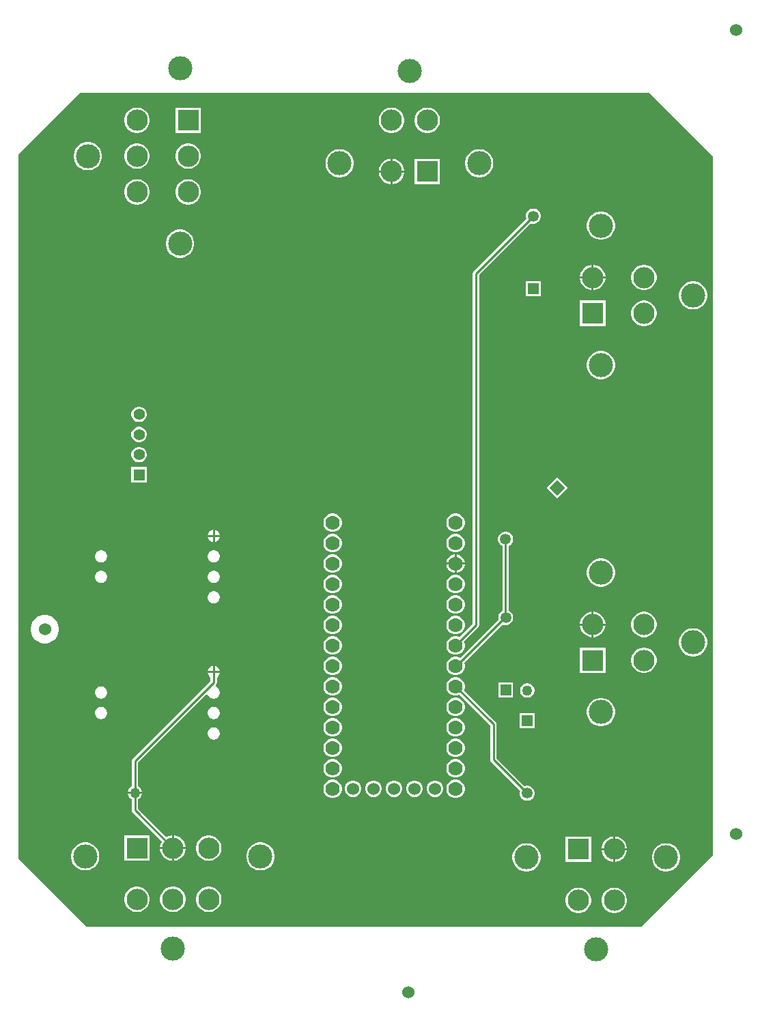
<source format=gbr>
%TF.GenerationSoftware,Altium Limited,Altium Designer,25.2.1 (25)*%
G04 Layer_Physical_Order=1*
G04 Layer_Color=255*
%FSLAX45Y45*%
%MOMM*%
%TF.SameCoordinates,7DD24991-B9EC-4422-9666-2EE5E17A6B38*%
%TF.FilePolarity,Positive*%
%TF.FileFunction,Copper,L1,Top,Signal*%
%TF.Part,Single*%
G01*
G75*
%TA.AperFunction,Conductor*%
%ADD10C,0.25400*%
%TA.AperFunction,ComponentPad*%
%ADD11P,1.90919X4X270.0*%
%ADD12C,1.35000*%
%ADD13C,2.99000*%
%ADD14C,2.64000*%
%ADD15R,2.64000X2.64000*%
%ADD16C,1.77800*%
%ADD17C,1.52400*%
%TA.AperFunction,ViaPad*%
%ADD18C,1.52400*%
%TA.AperFunction,ComponentPad*%
%ADD19R,2.64000X2.64000*%
%ADD20C,1.40000*%
%ADD21R,1.40000X1.40000*%
%ADD22R,1.35000X1.35000*%
%TA.AperFunction,ViaPad*%
%ADD23C,1.27000*%
G36*
X8724900Y10820400D02*
Y9613900D01*
X8724900Y2146300D01*
X7835900Y1257300D01*
X965200D01*
X114300Y2108200D01*
Y10845800D01*
X876300Y11607800D01*
X7937500D01*
X8724900Y10820400D01*
D02*
G37*
%LPC*%
G36*
X2380300Y11423700D02*
X2065500D01*
Y11108900D01*
X2380300D01*
Y11423700D01*
D02*
G37*
G36*
X1603403D02*
X1572397D01*
X1541988Y11417651D01*
X1513343Y11405786D01*
X1487563Y11388561D01*
X1465640Y11366637D01*
X1448414Y11340857D01*
X1436549Y11312212D01*
X1430500Y11281803D01*
Y11250798D01*
X1436549Y11220389D01*
X1448414Y11191743D01*
X1465640Y11165964D01*
X1487563Y11144040D01*
X1513343Y11126814D01*
X1541988Y11114949D01*
X1572397Y11108900D01*
X1603403D01*
X1633812Y11114949D01*
X1662457Y11126814D01*
X1688237Y11144040D01*
X1710160Y11165964D01*
X1727386Y11191743D01*
X1739251Y11220389D01*
X1745300Y11250798D01*
Y11281803D01*
X1739251Y11312212D01*
X1727386Y11340857D01*
X1710160Y11366637D01*
X1688237Y11388561D01*
X1662457Y11405786D01*
X1633812Y11417651D01*
X1603403Y11423700D01*
D02*
G37*
G36*
X5203703Y11421900D02*
X5172697D01*
X5142288Y11415851D01*
X5113643Y11403986D01*
X5087863Y11386760D01*
X5065940Y11364837D01*
X5048714Y11339057D01*
X5036849Y11310412D01*
X5030800Y11280003D01*
Y11248997D01*
X5036849Y11218588D01*
X5048714Y11189943D01*
X5065940Y11164163D01*
X5087863Y11142240D01*
X5113643Y11125014D01*
X5142288Y11113149D01*
X5172697Y11107100D01*
X5203703D01*
X5234112Y11113149D01*
X5262757Y11125014D01*
X5288537Y11142240D01*
X5310460Y11164163D01*
X5327686Y11189943D01*
X5339551Y11218588D01*
X5345600Y11248997D01*
Y11280003D01*
X5339551Y11310412D01*
X5327686Y11339057D01*
X5310460Y11364837D01*
X5288537Y11386760D01*
X5262757Y11403986D01*
X5234112Y11415851D01*
X5203703Y11421900D01*
D02*
G37*
G36*
X4758703D02*
X4727697D01*
X4697288Y11415851D01*
X4668643Y11403986D01*
X4642863Y11386760D01*
X4620940Y11364837D01*
X4603714Y11339057D01*
X4591849Y11310412D01*
X4585800Y11280003D01*
Y11248997D01*
X4591849Y11218588D01*
X4603714Y11189943D01*
X4620940Y11164163D01*
X4642863Y11142240D01*
X4668643Y11125014D01*
X4697288Y11113149D01*
X4727697Y11107100D01*
X4758703D01*
X4789112Y11113149D01*
X4817757Y11125014D01*
X4843537Y11142240D01*
X4865460Y11164163D01*
X4882686Y11189943D01*
X4894551Y11218588D01*
X4900600Y11248997D01*
Y11280003D01*
X4894551Y11310412D01*
X4882686Y11339057D01*
X4865460Y11364837D01*
X4843537Y11386760D01*
X4817757Y11403986D01*
X4789112Y11415851D01*
X4758703Y11421900D01*
D02*
G37*
G36*
X2238403Y10978700D02*
X2207397D01*
X2176988Y10972651D01*
X2148343Y10960786D01*
X2122563Y10943561D01*
X2100640Y10921637D01*
X2083414Y10895857D01*
X2071549Y10867212D01*
X2065500Y10836803D01*
Y10805798D01*
X2071549Y10775388D01*
X2083414Y10746743D01*
X2100640Y10720964D01*
X2122563Y10699040D01*
X2148343Y10681814D01*
X2176988Y10669949D01*
X2207397Y10663900D01*
X2238403D01*
X2268812Y10669949D01*
X2297457Y10681814D01*
X2323237Y10699040D01*
X2345160Y10720964D01*
X2362386Y10746743D01*
X2374251Y10775388D01*
X2380300Y10805798D01*
Y10836803D01*
X2374251Y10867212D01*
X2362386Y10895857D01*
X2345160Y10921637D01*
X2323237Y10943561D01*
X2297457Y10960786D01*
X2268812Y10972651D01*
X2238403Y10978700D01*
D02*
G37*
G36*
X1603403D02*
X1572397D01*
X1541988Y10972651D01*
X1513343Y10960786D01*
X1487563Y10943561D01*
X1465640Y10921637D01*
X1448414Y10895857D01*
X1436549Y10867212D01*
X1430500Y10836803D01*
Y10805798D01*
X1436549Y10775388D01*
X1448414Y10746743D01*
X1465640Y10720964D01*
X1487563Y10699040D01*
X1513343Y10681814D01*
X1541988Y10669949D01*
X1572397Y10663900D01*
X1603403D01*
X1633812Y10669949D01*
X1662457Y10681814D01*
X1688237Y10699040D01*
X1710160Y10720964D01*
X1727386Y10746743D01*
X1739251Y10775388D01*
X1745300Y10805798D01*
Y10836803D01*
X1739251Y10867212D01*
X1727386Y10895857D01*
X1710160Y10921637D01*
X1688237Y10943561D01*
X1662457Y10960786D01*
X1633812Y10972651D01*
X1603403Y10978700D01*
D02*
G37*
G36*
X995126Y10996200D02*
X960674D01*
X926884Y10989479D01*
X895054Y10976295D01*
X866408Y10957154D01*
X842046Y10932792D01*
X822906Y10904146D01*
X809722Y10872317D01*
X803000Y10838526D01*
Y10804074D01*
X809722Y10770284D01*
X822906Y10738454D01*
X842046Y10709808D01*
X866408Y10685446D01*
X895054Y10666306D01*
X926884Y10653122D01*
X960674Y10646400D01*
X995126D01*
X1028916Y10653122D01*
X1060746Y10666306D01*
X1089392Y10685446D01*
X1113754Y10709808D01*
X1132894Y10738454D01*
X1146078Y10770284D01*
X1152800Y10804074D01*
Y10838526D01*
X1146078Y10872317D01*
X1132894Y10904146D01*
X1113754Y10932792D01*
X1089392Y10957154D01*
X1060746Y10976295D01*
X1028916Y10989479D01*
X995126Y10996200D01*
D02*
G37*
G36*
X4758703Y10786900D02*
X4755900D01*
Y10642200D01*
X4900600D01*
Y10645003D01*
X4894551Y10675412D01*
X4882686Y10704057D01*
X4865460Y10729837D01*
X4843537Y10751760D01*
X4817757Y10768986D01*
X4789112Y10780851D01*
X4758703Y10786900D01*
D02*
G37*
G36*
X4730500D02*
X4727697D01*
X4697288Y10780851D01*
X4668643Y10768986D01*
X4642863Y10751760D01*
X4620940Y10729837D01*
X4603714Y10704057D01*
X4591849Y10675412D01*
X4585800Y10645003D01*
Y10642200D01*
X4730500D01*
Y10786900D01*
D02*
G37*
G36*
X5847926Y10906400D02*
X5813474D01*
X5779684Y10899678D01*
X5747854Y10886494D01*
X5719208Y10867354D01*
X5694846Y10842992D01*
X5675706Y10814346D01*
X5662522Y10782516D01*
X5655800Y10748726D01*
Y10714274D01*
X5662522Y10680484D01*
X5675706Y10648654D01*
X5694846Y10620008D01*
X5719208Y10595646D01*
X5747854Y10576506D01*
X5779684Y10563322D01*
X5813474Y10556600D01*
X5847926D01*
X5881716Y10563322D01*
X5913546Y10576506D01*
X5942192Y10595646D01*
X5966554Y10620008D01*
X5985694Y10648654D01*
X5998879Y10680484D01*
X6005600Y10714274D01*
Y10748726D01*
X5998879Y10782516D01*
X5985694Y10814346D01*
X5966554Y10842992D01*
X5942192Y10867354D01*
X5913546Y10886494D01*
X5881716Y10899678D01*
X5847926Y10906400D01*
D02*
G37*
G36*
X4117926D02*
X4083474D01*
X4049684Y10899678D01*
X4017854Y10886494D01*
X3989208Y10867354D01*
X3964846Y10842992D01*
X3945706Y10814346D01*
X3932521Y10782516D01*
X3925800Y10748726D01*
Y10714274D01*
X3932521Y10680484D01*
X3945706Y10648654D01*
X3964846Y10620008D01*
X3989208Y10595646D01*
X4017854Y10576506D01*
X4049684Y10563322D01*
X4083474Y10556600D01*
X4117926D01*
X4151716Y10563322D01*
X4183546Y10576506D01*
X4212192Y10595646D01*
X4236554Y10620008D01*
X4255694Y10648654D01*
X4268878Y10680484D01*
X4275600Y10714274D01*
Y10748726D01*
X4268878Y10782516D01*
X4255694Y10814346D01*
X4236554Y10842992D01*
X4212192Y10867354D01*
X4183546Y10886494D01*
X4151716Y10899678D01*
X4117926Y10906400D01*
D02*
G37*
G36*
X5345600Y10786900D02*
X5030800D01*
Y10472100D01*
X5345600D01*
Y10786900D01*
D02*
G37*
G36*
X4900600Y10616800D02*
X4755900D01*
Y10472100D01*
X4758703D01*
X4789112Y10478149D01*
X4817757Y10490014D01*
X4843537Y10507240D01*
X4865460Y10529163D01*
X4882686Y10554943D01*
X4894551Y10583588D01*
X4900600Y10613997D01*
Y10616800D01*
D02*
G37*
G36*
X4730500D02*
X4585800D01*
Y10613997D01*
X4591849Y10583588D01*
X4603714Y10554943D01*
X4620940Y10529163D01*
X4642863Y10507240D01*
X4668643Y10490014D01*
X4697288Y10478149D01*
X4727697Y10472100D01*
X4730500D01*
Y10616800D01*
D02*
G37*
G36*
X2238403Y10533700D02*
X2207397D01*
X2176988Y10527651D01*
X2148343Y10515786D01*
X2122563Y10498560D01*
X2100640Y10476637D01*
X2083414Y10450857D01*
X2071549Y10422212D01*
X2065500Y10391803D01*
Y10360797D01*
X2071549Y10330388D01*
X2083414Y10301743D01*
X2100640Y10275963D01*
X2122563Y10254040D01*
X2148343Y10236814D01*
X2176988Y10224949D01*
X2207397Y10218900D01*
X2238403D01*
X2268812Y10224949D01*
X2297457Y10236814D01*
X2323237Y10254040D01*
X2345160Y10275963D01*
X2362386Y10301743D01*
X2374251Y10330388D01*
X2380300Y10360797D01*
Y10391803D01*
X2374251Y10422212D01*
X2362386Y10450857D01*
X2345160Y10476637D01*
X2323237Y10498560D01*
X2297457Y10515786D01*
X2268812Y10527651D01*
X2238403Y10533700D01*
D02*
G37*
G36*
X1603403D02*
X1572397D01*
X1541988Y10527651D01*
X1513343Y10515786D01*
X1487563Y10498560D01*
X1465640Y10476637D01*
X1448414Y10450857D01*
X1436549Y10422212D01*
X1430500Y10391803D01*
Y10360797D01*
X1436549Y10330388D01*
X1448414Y10301743D01*
X1465640Y10275963D01*
X1487563Y10254040D01*
X1513343Y10236814D01*
X1541988Y10224949D01*
X1572397Y10218900D01*
X1603403D01*
X1633812Y10224949D01*
X1662457Y10236814D01*
X1688237Y10254040D01*
X1710160Y10275963D01*
X1727386Y10301743D01*
X1739251Y10330388D01*
X1745300Y10360797D01*
Y10391803D01*
X1739251Y10422212D01*
X1727386Y10450857D01*
X1710160Y10476637D01*
X1688237Y10498560D01*
X1662457Y10515786D01*
X1633812Y10527651D01*
X1603403Y10533700D01*
D02*
G37*
G36*
X6514631Y10169500D02*
X6490169D01*
X6466542Y10163169D01*
X6445358Y10150939D01*
X6428062Y10133642D01*
X6415831Y10112458D01*
X6409500Y10088831D01*
Y10064370D01*
X6414938Y10044075D01*
X5763731Y9392869D01*
X5755311Y9380266D01*
X5752353Y9365400D01*
Y5019891D01*
X5586045Y4853582D01*
X5581318Y4856311D01*
X5552248Y4864100D01*
X5522152D01*
X5493082Y4856311D01*
X5467018Y4841263D01*
X5445737Y4819982D01*
X5430689Y4793918D01*
X5422900Y4764848D01*
Y4734752D01*
X5430689Y4705682D01*
X5445737Y4679618D01*
X5467018Y4658337D01*
X5493082Y4643289D01*
X5522152Y4635500D01*
X5552248D01*
X5581318Y4643289D01*
X5607382Y4658337D01*
X5628663Y4679618D01*
X5643711Y4705682D01*
X5651500Y4734752D01*
Y4764848D01*
X5643711Y4793918D01*
X5640982Y4798645D01*
X5818669Y4976331D01*
X5827089Y4988934D01*
X5830047Y5003800D01*
Y9349309D01*
X6469875Y9989138D01*
X6490169Y9983700D01*
X6514631D01*
X6538258Y9990031D01*
X6559442Y10002262D01*
X6576738Y10019558D01*
X6588969Y10040742D01*
X6595300Y10064370D01*
Y10088831D01*
X6588969Y10112458D01*
X6576738Y10133642D01*
X6559442Y10150939D01*
X6538258Y10163169D01*
X6514631Y10169500D01*
D02*
G37*
G36*
X7357826Y10133100D02*
X7323374D01*
X7289584Y10126379D01*
X7257754Y10113194D01*
X7229108Y10094054D01*
X7204746Y10069692D01*
X7185606Y10041046D01*
X7172422Y10009216D01*
X7165700Y9975426D01*
Y9940974D01*
X7172422Y9907184D01*
X7185606Y9875354D01*
X7204746Y9846708D01*
X7229108Y9822346D01*
X7257754Y9803206D01*
X7289584Y9790022D01*
X7323374Y9783300D01*
X7357826D01*
X7391616Y9790022D01*
X7423446Y9803206D01*
X7452092Y9822346D01*
X7476454Y9846708D01*
X7495594Y9875354D01*
X7508778Y9907184D01*
X7515500Y9940974D01*
Y9975426D01*
X7508778Y10009216D01*
X7495594Y10041046D01*
X7476454Y10069692D01*
X7452092Y10094054D01*
X7423446Y10113194D01*
X7391616Y10126379D01*
X7357826Y10133100D01*
D02*
G37*
G36*
X2138126Y9909200D02*
X2103674D01*
X2069884Y9902479D01*
X2038054Y9889294D01*
X2009408Y9870154D01*
X1985046Y9845792D01*
X1965906Y9817146D01*
X1952722Y9785316D01*
X1946000Y9751526D01*
Y9717074D01*
X1952722Y9683284D01*
X1965906Y9651454D01*
X1985046Y9622808D01*
X2009408Y9598446D01*
X2038054Y9579306D01*
X2069884Y9566122D01*
X2103674Y9559400D01*
X2138126D01*
X2171916Y9566122D01*
X2203746Y9579306D01*
X2232392Y9598446D01*
X2256754Y9622808D01*
X2275894Y9651454D01*
X2289078Y9683284D01*
X2295800Y9717074D01*
Y9751526D01*
X2289078Y9785316D01*
X2275894Y9817146D01*
X2256754Y9845792D01*
X2232392Y9870154D01*
X2203746Y9889294D01*
X2171916Y9902479D01*
X2138126Y9909200D01*
D02*
G37*
G36*
X7254103Y9473100D02*
X7251299D01*
Y9328400D01*
X7396000D01*
Y9331203D01*
X7389951Y9361612D01*
X7378086Y9390257D01*
X7360860Y9416037D01*
X7338937Y9437960D01*
X7313157Y9455186D01*
X7284512Y9467051D01*
X7254103Y9473100D01*
D02*
G37*
G36*
X7225899D02*
X7223097D01*
X7192688Y9467051D01*
X7164043Y9455186D01*
X7138263Y9437960D01*
X7116340Y9416037D01*
X7099114Y9390257D01*
X7087249Y9361612D01*
X7081200Y9331203D01*
Y9328400D01*
X7225899D01*
Y9473100D01*
D02*
G37*
G36*
X7889103D02*
X7858097D01*
X7827688Y9467051D01*
X7799043Y9455186D01*
X7773263Y9437960D01*
X7751340Y9416037D01*
X7734114Y9390257D01*
X7722249Y9361612D01*
X7716200Y9331203D01*
Y9300197D01*
X7722249Y9269788D01*
X7734114Y9241143D01*
X7751340Y9215363D01*
X7773263Y9193440D01*
X7799043Y9176214D01*
X7827688Y9164349D01*
X7858097Y9158300D01*
X7889103D01*
X7919512Y9164349D01*
X7948157Y9176214D01*
X7973937Y9193440D01*
X7995860Y9215363D01*
X8013086Y9241143D01*
X8024951Y9269788D01*
X8031000Y9300197D01*
Y9331203D01*
X8024951Y9361612D01*
X8013086Y9390257D01*
X7995860Y9416037D01*
X7973937Y9437960D01*
X7948157Y9455186D01*
X7919512Y9467051D01*
X7889103Y9473100D01*
D02*
G37*
G36*
X7396000Y9303000D02*
X7251299D01*
Y9158300D01*
X7254103D01*
X7284512Y9164349D01*
X7313157Y9176214D01*
X7338937Y9193440D01*
X7360860Y9215363D01*
X7378086Y9241143D01*
X7389951Y9269788D01*
X7396000Y9300197D01*
Y9303000D01*
D02*
G37*
G36*
X7225899D02*
X7081200D01*
Y9300197D01*
X7087249Y9269788D01*
X7099114Y9241143D01*
X7116340Y9215363D01*
X7138263Y9193440D01*
X7164043Y9176214D01*
X7192688Y9164349D01*
X7223097Y9158300D01*
X7225899D01*
Y9303000D01*
D02*
G37*
G36*
X6595300Y9269500D02*
X6409500D01*
Y9083700D01*
X6595300D01*
Y9269500D01*
D02*
G37*
G36*
X8500826Y9268100D02*
X8466374D01*
X8432584Y9261378D01*
X8400754Y9248194D01*
X8372108Y9229054D01*
X8347746Y9204692D01*
X8328606Y9176046D01*
X8315422Y9144216D01*
X8308700Y9110426D01*
Y9075974D01*
X8315422Y9042184D01*
X8328606Y9010354D01*
X8347746Y8981708D01*
X8372108Y8957346D01*
X8400754Y8938206D01*
X8432584Y8925022D01*
X8466374Y8918300D01*
X8500826D01*
X8534616Y8925022D01*
X8566446Y8938206D01*
X8595092Y8957346D01*
X8619454Y8981708D01*
X8638594Y9010354D01*
X8651778Y9042184D01*
X8658500Y9075974D01*
Y9110426D01*
X8651778Y9144216D01*
X8638594Y9176046D01*
X8619454Y9204692D01*
X8595092Y9229054D01*
X8566446Y9248194D01*
X8534616Y9261378D01*
X8500826Y9268100D01*
D02*
G37*
G36*
X7889103Y9028100D02*
X7858097D01*
X7827688Y9022051D01*
X7799043Y9010186D01*
X7773263Y8992960D01*
X7751340Y8971037D01*
X7734114Y8945257D01*
X7722249Y8916612D01*
X7716200Y8886203D01*
Y8855197D01*
X7722249Y8824788D01*
X7734114Y8796143D01*
X7751340Y8770363D01*
X7773263Y8748440D01*
X7799043Y8731214D01*
X7827688Y8719349D01*
X7858097Y8713300D01*
X7889103D01*
X7919512Y8719349D01*
X7948157Y8731214D01*
X7973937Y8748440D01*
X7995860Y8770363D01*
X8013086Y8796143D01*
X8024951Y8824788D01*
X8031000Y8855197D01*
Y8886203D01*
X8024951Y8916612D01*
X8013086Y8945257D01*
X7995860Y8971037D01*
X7973937Y8992960D01*
X7948157Y9010186D01*
X7919512Y9022051D01*
X7889103Y9028100D01*
D02*
G37*
G36*
X7396000D02*
X7081200D01*
Y8713300D01*
X7396000D01*
Y9028100D01*
D02*
G37*
G36*
X7357826Y8403100D02*
X7323374D01*
X7289584Y8396378D01*
X7257754Y8383194D01*
X7229108Y8364054D01*
X7204746Y8339692D01*
X7185606Y8311046D01*
X7172422Y8279216D01*
X7165700Y8245426D01*
Y8210974D01*
X7172422Y8177184D01*
X7185606Y8145354D01*
X7204746Y8116708D01*
X7229108Y8092346D01*
X7257754Y8073206D01*
X7289584Y8060021D01*
X7323374Y8053300D01*
X7357826D01*
X7391616Y8060021D01*
X7423446Y8073206D01*
X7452092Y8092346D01*
X7476454Y8116708D01*
X7495594Y8145354D01*
X7508778Y8177184D01*
X7515500Y8210974D01*
Y8245426D01*
X7508778Y8279216D01*
X7495594Y8311046D01*
X7476454Y8339692D01*
X7452092Y8364054D01*
X7423446Y8383194D01*
X7391616Y8396378D01*
X7357826Y8403100D01*
D02*
G37*
G36*
X1625460Y7713400D02*
X1600340D01*
X1576077Y7706898D01*
X1554323Y7694339D01*
X1536561Y7676577D01*
X1524002Y7654823D01*
X1517500Y7630560D01*
Y7605440D01*
X1524002Y7581177D01*
X1536561Y7559423D01*
X1554323Y7541661D01*
X1576077Y7529102D01*
X1600340Y7522600D01*
X1625460D01*
X1649723Y7529102D01*
X1671477Y7541661D01*
X1689239Y7559423D01*
X1701798Y7581177D01*
X1708300Y7605440D01*
Y7630560D01*
X1701798Y7654823D01*
X1689239Y7676577D01*
X1671477Y7694339D01*
X1649723Y7706898D01*
X1625460Y7713400D01*
D02*
G37*
G36*
Y7463400D02*
X1600340D01*
X1576077Y7456898D01*
X1554323Y7444339D01*
X1536561Y7426577D01*
X1524002Y7404823D01*
X1517500Y7380560D01*
Y7355440D01*
X1524002Y7331177D01*
X1536561Y7309423D01*
X1554323Y7291661D01*
X1576077Y7279102D01*
X1600340Y7272600D01*
X1625460D01*
X1649723Y7279102D01*
X1671477Y7291661D01*
X1689239Y7309423D01*
X1701798Y7331177D01*
X1708300Y7355440D01*
Y7380560D01*
X1701798Y7404823D01*
X1689239Y7426577D01*
X1671477Y7444339D01*
X1649723Y7456898D01*
X1625460Y7463400D01*
D02*
G37*
G36*
Y7213400D02*
X1600340D01*
X1576077Y7206898D01*
X1554323Y7194339D01*
X1536561Y7176577D01*
X1524002Y7154823D01*
X1517500Y7130560D01*
Y7105440D01*
X1524002Y7081177D01*
X1536561Y7059423D01*
X1554323Y7041661D01*
X1576077Y7029102D01*
X1600340Y7022600D01*
X1625460D01*
X1649723Y7029102D01*
X1671477Y7041661D01*
X1689239Y7059423D01*
X1701798Y7081177D01*
X1708300Y7105440D01*
Y7130560D01*
X1701798Y7154823D01*
X1689239Y7176577D01*
X1671477Y7194339D01*
X1649723Y7206898D01*
X1625460Y7213400D01*
D02*
G37*
G36*
X1708300Y6963400D02*
X1517500D01*
Y6772600D01*
X1708300D01*
Y6963400D01*
D02*
G37*
G36*
X6795198Y6837679D02*
X6663818Y6706298D01*
X6795198Y6574918D01*
X6926579Y6706298D01*
X6795198Y6837679D01*
D02*
G37*
G36*
X5552248Y6388100D02*
X5522152D01*
X5493082Y6380311D01*
X5467018Y6365263D01*
X5445737Y6343982D01*
X5430689Y6317918D01*
X5422900Y6288848D01*
Y6258752D01*
X5430689Y6229682D01*
X5445737Y6203618D01*
X5467018Y6182337D01*
X5493082Y6167289D01*
X5522152Y6159500D01*
X5552248D01*
X5581318Y6167289D01*
X5607382Y6182337D01*
X5628663Y6203618D01*
X5643711Y6229682D01*
X5651500Y6258752D01*
Y6288848D01*
X5643711Y6317918D01*
X5628663Y6343982D01*
X5607382Y6365263D01*
X5581318Y6380311D01*
X5552248Y6388100D01*
D02*
G37*
G36*
X4028248D02*
X3998152D01*
X3969082Y6380311D01*
X3943018Y6365263D01*
X3921737Y6343982D01*
X3906689Y6317918D01*
X3898900Y6288848D01*
Y6258752D01*
X3906689Y6229682D01*
X3921737Y6203618D01*
X3943018Y6182337D01*
X3969082Y6167289D01*
X3998152Y6159500D01*
X4028248D01*
X4057318Y6167289D01*
X4083382Y6182337D01*
X4104663Y6203618D01*
X4119711Y6229682D01*
X4127500Y6258752D01*
Y6288848D01*
X4119711Y6317918D01*
X4104663Y6343982D01*
X4083382Y6365263D01*
X4057318Y6380311D01*
X4028248Y6388100D01*
D02*
G37*
G36*
X2552700Y6184185D02*
Y6121400D01*
X2615485D01*
X2611007Y6138112D01*
X2600975Y6155488D01*
X2586788Y6169675D01*
X2569412Y6179707D01*
X2552700Y6184185D01*
D02*
G37*
G36*
X2527300D02*
X2510588Y6179707D01*
X2493212Y6169675D01*
X2479025Y6155488D01*
X2468993Y6138112D01*
X2464515Y6121400D01*
X2527300D01*
Y6184185D01*
D02*
G37*
G36*
X2615485Y6096000D02*
X2552700D01*
Y6033215D01*
X2569412Y6037693D01*
X2586788Y6047725D01*
X2600975Y6061912D01*
X2611007Y6079288D01*
X2615485Y6096000D01*
D02*
G37*
G36*
X2527300D02*
X2464515D01*
X2468993Y6079288D01*
X2479025Y6061912D01*
X2493212Y6047725D01*
X2510588Y6037693D01*
X2527300Y6033215D01*
Y6096000D01*
D02*
G37*
G36*
X5552248Y6134100D02*
X5522152D01*
X5493082Y6126311D01*
X5467018Y6111263D01*
X5445737Y6089982D01*
X5430689Y6063918D01*
X5422900Y6034848D01*
Y6004752D01*
X5430689Y5975682D01*
X5445737Y5949618D01*
X5467018Y5928337D01*
X5493082Y5913289D01*
X5522152Y5905500D01*
X5552248D01*
X5581318Y5913289D01*
X5607382Y5928337D01*
X5628663Y5949618D01*
X5643711Y5975682D01*
X5651500Y6004752D01*
Y6034848D01*
X5643711Y6063918D01*
X5628663Y6089982D01*
X5607382Y6111263D01*
X5581318Y6126311D01*
X5552248Y6134100D01*
D02*
G37*
G36*
X4028248D02*
X3998152D01*
X3969082Y6126311D01*
X3943018Y6111263D01*
X3921737Y6089982D01*
X3906689Y6063918D01*
X3898900Y6034848D01*
Y6004752D01*
X3906689Y5975682D01*
X3921737Y5949618D01*
X3943018Y5928337D01*
X3969082Y5913289D01*
X3998152Y5905500D01*
X4028248D01*
X4057318Y5913289D01*
X4083382Y5928337D01*
X4104663Y5949618D01*
X4119711Y5975682D01*
X4127500Y6004752D01*
Y6034848D01*
X4119711Y6063918D01*
X4104663Y6089982D01*
X4083382Y6111263D01*
X4057318Y6126311D01*
X4028248Y6134100D01*
D02*
G37*
G36*
X5552248Y5880100D02*
X5549900D01*
Y5778500D01*
X5651500D01*
Y5780848D01*
X5643711Y5809918D01*
X5628663Y5835982D01*
X5607382Y5857263D01*
X5581318Y5872311D01*
X5552248Y5880100D01*
D02*
G37*
G36*
X5524500D02*
X5522152D01*
X5493082Y5872311D01*
X5467018Y5857263D01*
X5445737Y5835982D01*
X5430689Y5809918D01*
X5422900Y5780848D01*
Y5778500D01*
X5524500D01*
Y5880100D01*
D02*
G37*
G36*
X2550032Y5930900D02*
X2529968D01*
X2510588Y5925707D01*
X2493212Y5915675D01*
X2479025Y5901488D01*
X2468993Y5884112D01*
X2463800Y5864732D01*
Y5844668D01*
X2468993Y5825288D01*
X2479025Y5807912D01*
X2493212Y5793725D01*
X2510588Y5783693D01*
X2529968Y5778500D01*
X2550032D01*
X2569412Y5783693D01*
X2586788Y5793725D01*
X2600975Y5807912D01*
X2611007Y5825288D01*
X2616200Y5844668D01*
Y5864732D01*
X2611007Y5884112D01*
X2600975Y5901488D01*
X2586788Y5915675D01*
X2569412Y5925707D01*
X2550032Y5930900D01*
D02*
G37*
G36*
X1153032D02*
X1132968D01*
X1113588Y5925707D01*
X1096212Y5915675D01*
X1082025Y5901488D01*
X1071993Y5884112D01*
X1066800Y5864732D01*
Y5844668D01*
X1071993Y5825288D01*
X1082025Y5807912D01*
X1096212Y5793725D01*
X1113588Y5783693D01*
X1132968Y5778500D01*
X1153032D01*
X1172412Y5783693D01*
X1189788Y5793725D01*
X1203975Y5807912D01*
X1214007Y5825288D01*
X1219200Y5844668D01*
Y5864732D01*
X1214007Y5884112D01*
X1203975Y5901488D01*
X1189788Y5915675D01*
X1172412Y5925707D01*
X1153032Y5930900D01*
D02*
G37*
G36*
X5651500Y5753100D02*
X5549900D01*
Y5651500D01*
X5552248D01*
X5581318Y5659289D01*
X5607382Y5674337D01*
X5628663Y5695618D01*
X5643711Y5721682D01*
X5651500Y5750752D01*
Y5753100D01*
D02*
G37*
G36*
X5524500D02*
X5422900D01*
Y5750752D01*
X5430689Y5721682D01*
X5445737Y5695618D01*
X5467018Y5674337D01*
X5493082Y5659289D01*
X5522152Y5651500D01*
X5524500D01*
Y5753100D01*
D02*
G37*
G36*
X4028248Y5880100D02*
X3998152D01*
X3969082Y5872311D01*
X3943018Y5857263D01*
X3921737Y5835982D01*
X3906689Y5809918D01*
X3898900Y5780848D01*
Y5750752D01*
X3906689Y5721682D01*
X3921737Y5695618D01*
X3943018Y5674337D01*
X3969082Y5659289D01*
X3998152Y5651500D01*
X4028248D01*
X4057318Y5659289D01*
X4083382Y5674337D01*
X4104663Y5695618D01*
X4119711Y5721682D01*
X4127500Y5750752D01*
Y5780848D01*
X4119711Y5809918D01*
X4104663Y5835982D01*
X4083382Y5857263D01*
X4057318Y5872311D01*
X4028248Y5880100D01*
D02*
G37*
G36*
X2550032Y5676900D02*
X2529968D01*
X2510588Y5671707D01*
X2493212Y5661675D01*
X2479025Y5647488D01*
X2468993Y5630112D01*
X2463800Y5610732D01*
Y5590668D01*
X2468993Y5571288D01*
X2479025Y5553912D01*
X2493212Y5539725D01*
X2510588Y5529693D01*
X2529968Y5524500D01*
X2550032D01*
X2569412Y5529693D01*
X2586788Y5539725D01*
X2600975Y5553912D01*
X2611007Y5571288D01*
X2616200Y5590668D01*
Y5610732D01*
X2611007Y5630112D01*
X2600975Y5647488D01*
X2586788Y5661675D01*
X2569412Y5671707D01*
X2550032Y5676900D01*
D02*
G37*
G36*
X1153032D02*
X1132968D01*
X1113588Y5671707D01*
X1096212Y5661675D01*
X1082025Y5647488D01*
X1071993Y5630112D01*
X1066800Y5610732D01*
Y5590668D01*
X1071993Y5571288D01*
X1082025Y5553912D01*
X1096212Y5539725D01*
X1113588Y5529693D01*
X1132968Y5524500D01*
X1153032D01*
X1172412Y5529693D01*
X1189788Y5539725D01*
X1203975Y5553912D01*
X1214007Y5571288D01*
X1219200Y5590668D01*
Y5610732D01*
X1214007Y5630112D01*
X1203975Y5647488D01*
X1189788Y5661675D01*
X1172412Y5671707D01*
X1153032Y5676900D01*
D02*
G37*
G36*
X7357826Y5827800D02*
X7323374D01*
X7289584Y5821079D01*
X7257754Y5807894D01*
X7229108Y5788754D01*
X7204746Y5764392D01*
X7185606Y5735746D01*
X7172422Y5703916D01*
X7165700Y5670126D01*
Y5635674D01*
X7172422Y5601884D01*
X7185606Y5570054D01*
X7204746Y5541408D01*
X7229108Y5517046D01*
X7257754Y5497906D01*
X7289584Y5484722D01*
X7323374Y5478000D01*
X7357826D01*
X7391616Y5484722D01*
X7423446Y5497906D01*
X7452092Y5517046D01*
X7476454Y5541408D01*
X7495594Y5570054D01*
X7508778Y5601884D01*
X7515500Y5635674D01*
Y5670126D01*
X7508778Y5703916D01*
X7495594Y5735746D01*
X7476454Y5764392D01*
X7452092Y5788754D01*
X7423446Y5807894D01*
X7391616Y5821079D01*
X7357826Y5827800D01*
D02*
G37*
G36*
X5552248Y5626100D02*
X5522152D01*
X5493082Y5618311D01*
X5467018Y5603263D01*
X5445737Y5581982D01*
X5430689Y5555918D01*
X5422900Y5526848D01*
Y5496752D01*
X5430689Y5467682D01*
X5445737Y5441618D01*
X5467018Y5420337D01*
X5493082Y5405289D01*
X5522152Y5397500D01*
X5552248D01*
X5581318Y5405289D01*
X5607382Y5420337D01*
X5628663Y5441618D01*
X5643711Y5467682D01*
X5651500Y5496752D01*
Y5526848D01*
X5643711Y5555918D01*
X5628663Y5581982D01*
X5607382Y5603263D01*
X5581318Y5618311D01*
X5552248Y5626100D01*
D02*
G37*
G36*
X4028248D02*
X3998152D01*
X3969082Y5618311D01*
X3943018Y5603263D01*
X3921737Y5581982D01*
X3906689Y5555918D01*
X3898900Y5526848D01*
Y5496752D01*
X3906689Y5467682D01*
X3921737Y5441618D01*
X3943018Y5420337D01*
X3969082Y5405289D01*
X3998152Y5397500D01*
X4028248D01*
X4057318Y5405289D01*
X4083382Y5420337D01*
X4104663Y5441618D01*
X4119711Y5467682D01*
X4127500Y5496752D01*
Y5526848D01*
X4119711Y5555918D01*
X4104663Y5581982D01*
X4083382Y5603263D01*
X4057318Y5618311D01*
X4028248Y5626100D01*
D02*
G37*
G36*
X2550032Y5422900D02*
X2529968D01*
X2510588Y5417707D01*
X2493212Y5407675D01*
X2479025Y5393488D01*
X2468993Y5376112D01*
X2463800Y5356732D01*
Y5336668D01*
X2468993Y5317288D01*
X2479025Y5299912D01*
X2493212Y5285725D01*
X2510588Y5275693D01*
X2529968Y5270500D01*
X2550032D01*
X2569412Y5275693D01*
X2586788Y5285725D01*
X2600975Y5299912D01*
X2611007Y5317288D01*
X2616200Y5336668D01*
Y5356732D01*
X2611007Y5376112D01*
X2600975Y5393488D01*
X2586788Y5407675D01*
X2569412Y5417707D01*
X2550032Y5422900D01*
D02*
G37*
G36*
X5552248Y5372100D02*
X5522152D01*
X5493082Y5364311D01*
X5467018Y5349263D01*
X5445737Y5327982D01*
X5430689Y5301918D01*
X5422900Y5272848D01*
Y5242752D01*
X5430689Y5213682D01*
X5445737Y5187618D01*
X5467018Y5166337D01*
X5493082Y5151289D01*
X5522152Y5143500D01*
X5552248D01*
X5581318Y5151289D01*
X5607382Y5166337D01*
X5628663Y5187618D01*
X5643711Y5213682D01*
X5651500Y5242752D01*
Y5272848D01*
X5643711Y5301918D01*
X5628663Y5327982D01*
X5607382Y5349263D01*
X5581318Y5364311D01*
X5552248Y5372100D01*
D02*
G37*
G36*
X4028248D02*
X3998152D01*
X3969082Y5364311D01*
X3943018Y5349263D01*
X3921737Y5327982D01*
X3906689Y5301918D01*
X3898900Y5272848D01*
Y5242752D01*
X3906689Y5213682D01*
X3921737Y5187618D01*
X3943018Y5166337D01*
X3969082Y5151289D01*
X3998152Y5143500D01*
X4028248D01*
X4057318Y5151289D01*
X4083382Y5166337D01*
X4104663Y5187618D01*
X4119711Y5213682D01*
X4127500Y5242752D01*
Y5272848D01*
X4119711Y5301918D01*
X4104663Y5327982D01*
X4083382Y5349263D01*
X4057318Y5364311D01*
X4028248Y5372100D01*
D02*
G37*
G36*
X7254103Y5167800D02*
X7251299D01*
Y5023100D01*
X7396000D01*
Y5025903D01*
X7389951Y5056312D01*
X7378086Y5084957D01*
X7360860Y5110737D01*
X7338937Y5132660D01*
X7313157Y5149886D01*
X7284512Y5161751D01*
X7254103Y5167800D01*
D02*
G37*
G36*
X7225899D02*
X7223097D01*
X7192688Y5161751D01*
X7164043Y5149886D01*
X7138263Y5132660D01*
X7116340Y5110737D01*
X7099114Y5084957D01*
X7087249Y5056312D01*
X7081200Y5025903D01*
Y5023100D01*
X7225899D01*
Y5167800D01*
D02*
G37*
G36*
X6171032Y6162802D02*
X6146571D01*
X6122944Y6156471D01*
X6101760Y6144240D01*
X6084463Y6126944D01*
X6072233Y6105760D01*
X6065902Y6082132D01*
Y6057671D01*
X6072233Y6034044D01*
X6084463Y6012860D01*
X6101760Y5995563D01*
X6120304Y5984856D01*
Y5182842D01*
X6102458Y5172539D01*
X6085162Y5155242D01*
X6072931Y5134058D01*
X6066600Y5110431D01*
Y5085970D01*
X6069935Y5073522D01*
X5592353Y4595940D01*
X5581318Y4602311D01*
X5552248Y4610100D01*
X5522152D01*
X5493082Y4602311D01*
X5467018Y4587263D01*
X5445737Y4565982D01*
X5430689Y4539918D01*
X5422900Y4510848D01*
Y4480752D01*
X5430689Y4451682D01*
X5445737Y4425618D01*
X5467018Y4404337D01*
X5493082Y4389289D01*
X5522152Y4381500D01*
X5552248D01*
X5581318Y4389289D01*
X5607382Y4404337D01*
X5628663Y4425618D01*
X5643711Y4451682D01*
X5651500Y4480752D01*
Y4510848D01*
X5644238Y4537951D01*
X6120013Y5013726D01*
X6123642Y5011631D01*
X6147269Y5005300D01*
X6171731D01*
X6195358Y5011631D01*
X6216542Y5023862D01*
X6233838Y5041158D01*
X6246069Y5062342D01*
X6252400Y5085970D01*
Y5110431D01*
X6246069Y5134058D01*
X6233838Y5155242D01*
X6216542Y5172539D01*
X6197997Y5183245D01*
Y5985260D01*
X6215844Y5995563D01*
X6233140Y6012860D01*
X6245371Y6034044D01*
X6251702Y6057671D01*
Y6082132D01*
X6245371Y6105760D01*
X6233140Y6126944D01*
X6215844Y6144240D01*
X6194660Y6156471D01*
X6171032Y6162802D01*
D02*
G37*
G36*
X5552248Y5118100D02*
X5522152D01*
X5493082Y5110311D01*
X5467018Y5095263D01*
X5445737Y5073982D01*
X5430689Y5047918D01*
X5422900Y5018848D01*
Y4988752D01*
X5430689Y4959682D01*
X5445737Y4933618D01*
X5467018Y4912337D01*
X5493082Y4897289D01*
X5522152Y4889500D01*
X5552248D01*
X5581318Y4897289D01*
X5607382Y4912337D01*
X5628663Y4933618D01*
X5643711Y4959682D01*
X5651500Y4988752D01*
Y5018848D01*
X5643711Y5047918D01*
X5628663Y5073982D01*
X5607382Y5095263D01*
X5581318Y5110311D01*
X5552248Y5118100D01*
D02*
G37*
G36*
X4028248D02*
X3998152D01*
X3969082Y5110311D01*
X3943018Y5095263D01*
X3921737Y5073982D01*
X3906689Y5047918D01*
X3898900Y5018848D01*
Y4988752D01*
X3906689Y4959682D01*
X3921737Y4933618D01*
X3943018Y4912337D01*
X3969082Y4897289D01*
X3998152Y4889500D01*
X4028248D01*
X4057318Y4897289D01*
X4083382Y4912337D01*
X4104663Y4933618D01*
X4119711Y4959682D01*
X4127500Y4988752D01*
Y5018848D01*
X4119711Y5047918D01*
X4104663Y5073982D01*
X4083382Y5095263D01*
X4057318Y5110311D01*
X4028248Y5118100D01*
D02*
G37*
G36*
X7889103Y5167800D02*
X7858097D01*
X7827688Y5161751D01*
X7799043Y5149886D01*
X7773263Y5132660D01*
X7751340Y5110737D01*
X7734114Y5084957D01*
X7722249Y5056312D01*
X7716200Y5025903D01*
Y4994897D01*
X7722249Y4964488D01*
X7734114Y4935843D01*
X7751340Y4910063D01*
X7773263Y4888140D01*
X7799043Y4870914D01*
X7827688Y4859049D01*
X7858097Y4853000D01*
X7889103D01*
X7919512Y4859049D01*
X7948157Y4870914D01*
X7973937Y4888140D01*
X7995860Y4910063D01*
X8013086Y4935843D01*
X8024951Y4964488D01*
X8031000Y4994897D01*
Y5025903D01*
X8024951Y5056312D01*
X8013086Y5084957D01*
X7995860Y5110737D01*
X7973937Y5132660D01*
X7948157Y5149886D01*
X7919512Y5161751D01*
X7889103Y5167800D01*
D02*
G37*
G36*
X7396000Y4997700D02*
X7251299D01*
Y4853000D01*
X7254103D01*
X7284512Y4859049D01*
X7313157Y4870914D01*
X7338937Y4888140D01*
X7360860Y4910063D01*
X7378086Y4935843D01*
X7389951Y4964488D01*
X7396000Y4994897D01*
Y4997700D01*
D02*
G37*
G36*
X7225899D02*
X7081200D01*
Y4994897D01*
X7087249Y4964488D01*
X7099114Y4935843D01*
X7116340Y4910063D01*
X7138263Y4888140D01*
X7164043Y4870914D01*
X7192688Y4859049D01*
X7223097Y4853000D01*
X7225899D01*
Y4997700D01*
D02*
G37*
G36*
X461775Y5128400D02*
X427225D01*
X393338Y5121659D01*
X361417Y5108437D01*
X332689Y5089242D01*
X308258Y5064811D01*
X289063Y5036083D01*
X275841Y5004162D01*
X269100Y4970275D01*
Y4935725D01*
X275841Y4901838D01*
X289063Y4869917D01*
X308258Y4841189D01*
X332689Y4816758D01*
X361417Y4797563D01*
X393338Y4784341D01*
X427225Y4777600D01*
X461775D01*
X495662Y4784341D01*
X527583Y4797563D01*
X556311Y4816758D01*
X580742Y4841189D01*
X599937Y4869917D01*
X613159Y4901838D01*
X619900Y4935725D01*
Y4970275D01*
X613159Y5004162D01*
X599937Y5036083D01*
X580742Y5064811D01*
X556311Y5089242D01*
X527583Y5108437D01*
X495662Y5121659D01*
X461775Y5128400D01*
D02*
G37*
G36*
X4028248Y4864100D02*
X3998152D01*
X3969082Y4856311D01*
X3943018Y4841263D01*
X3921737Y4819982D01*
X3906689Y4793918D01*
X3898900Y4764848D01*
Y4734752D01*
X3906689Y4705682D01*
X3921737Y4679618D01*
X3943018Y4658337D01*
X3969082Y4643289D01*
X3998152Y4635500D01*
X4028248D01*
X4057318Y4643289D01*
X4083382Y4658337D01*
X4104663Y4679618D01*
X4119711Y4705682D01*
X4127500Y4734752D01*
Y4764848D01*
X4119711Y4793918D01*
X4104663Y4819982D01*
X4083382Y4841263D01*
X4057318Y4856311D01*
X4028248Y4864100D01*
D02*
G37*
G36*
X8500826Y4962800D02*
X8466374D01*
X8432584Y4956078D01*
X8400754Y4942894D01*
X8372108Y4923754D01*
X8347746Y4899392D01*
X8328606Y4870746D01*
X8315422Y4838916D01*
X8308700Y4805126D01*
Y4770674D01*
X8315422Y4736884D01*
X8328606Y4705054D01*
X8347746Y4676408D01*
X8372108Y4652046D01*
X8400754Y4632906D01*
X8432584Y4619722D01*
X8466374Y4613000D01*
X8500826D01*
X8534616Y4619722D01*
X8566446Y4632906D01*
X8595092Y4652046D01*
X8619454Y4676408D01*
X8638594Y4705054D01*
X8651778Y4736884D01*
X8658500Y4770674D01*
Y4805126D01*
X8651778Y4838916D01*
X8638594Y4870746D01*
X8619454Y4899392D01*
X8595092Y4923754D01*
X8566446Y4942894D01*
X8534616Y4956078D01*
X8500826Y4962800D01*
D02*
G37*
G36*
X2552700Y4495085D02*
Y4432300D01*
X2615485D01*
X2611007Y4449012D01*
X2600975Y4466388D01*
X2586788Y4480575D01*
X2569412Y4490607D01*
X2552700Y4495085D01*
D02*
G37*
G36*
X2527300D02*
X2510588Y4490607D01*
X2493212Y4480575D01*
X2479025Y4466388D01*
X2468993Y4449012D01*
X2464515Y4432300D01*
X2527300D01*
Y4495085D01*
D02*
G37*
G36*
X7889103Y4722800D02*
X7858097D01*
X7827688Y4716751D01*
X7799043Y4704886D01*
X7773263Y4687660D01*
X7751340Y4665737D01*
X7734114Y4639957D01*
X7722249Y4611312D01*
X7716200Y4580903D01*
Y4549897D01*
X7722249Y4519488D01*
X7734114Y4490843D01*
X7751340Y4465063D01*
X7773263Y4443140D01*
X7799043Y4425914D01*
X7827688Y4414049D01*
X7858097Y4408000D01*
X7889103D01*
X7919512Y4414049D01*
X7948157Y4425914D01*
X7973937Y4443140D01*
X7995860Y4465063D01*
X8013086Y4490843D01*
X8024951Y4519488D01*
X8031000Y4549897D01*
Y4580903D01*
X8024951Y4611312D01*
X8013086Y4639957D01*
X7995860Y4665737D01*
X7973937Y4687660D01*
X7948157Y4704886D01*
X7919512Y4716751D01*
X7889103Y4722800D01*
D02*
G37*
G36*
X7396000D02*
X7081200D01*
Y4408000D01*
X7396000D01*
Y4722800D01*
D02*
G37*
G36*
X4028248Y4610100D02*
X3998152D01*
X3969082Y4602311D01*
X3943018Y4587263D01*
X3921737Y4565982D01*
X3906689Y4539918D01*
X3898900Y4510848D01*
Y4480752D01*
X3906689Y4451682D01*
X3921737Y4425618D01*
X3943018Y4404337D01*
X3969082Y4389289D01*
X3998152Y4381500D01*
X4028248D01*
X4057318Y4389289D01*
X4083382Y4404337D01*
X4104663Y4425618D01*
X4119711Y4451682D01*
X4127500Y4480752D01*
Y4510848D01*
X4119711Y4539918D01*
X4104663Y4565982D01*
X4083382Y4587263D01*
X4057318Y4602311D01*
X4028248Y4610100D01*
D02*
G37*
G36*
Y4356100D02*
X3998152D01*
X3969082Y4348311D01*
X3943018Y4333263D01*
X3921737Y4311982D01*
X3906689Y4285918D01*
X3898900Y4256848D01*
Y4226752D01*
X3906689Y4197682D01*
X3921737Y4171618D01*
X3943018Y4150337D01*
X3969082Y4135289D01*
X3998152Y4127500D01*
X4028248D01*
X4057318Y4135289D01*
X4083382Y4150337D01*
X4104663Y4171618D01*
X4119711Y4197682D01*
X4127500Y4226752D01*
Y4256848D01*
X4119711Y4285918D01*
X4104663Y4311982D01*
X4083382Y4333263D01*
X4057318Y4348311D01*
X4028248Y4356100D01*
D02*
G37*
G36*
X6252400Y4291100D02*
X6066600D01*
Y4105300D01*
X6252400D01*
Y4291100D01*
D02*
G37*
G36*
X6437904Y4279900D02*
X6414496D01*
X6391886Y4273842D01*
X6371614Y4262138D01*
X6355062Y4245586D01*
X6343358Y4225314D01*
X6337300Y4202704D01*
Y4179296D01*
X6343358Y4156686D01*
X6355062Y4136414D01*
X6371614Y4119862D01*
X6391886Y4108158D01*
X6414496Y4102100D01*
X6437904D01*
X6460514Y4108158D01*
X6480786Y4119862D01*
X6497338Y4136414D01*
X6509042Y4156686D01*
X6515100Y4179296D01*
Y4202704D01*
X6509042Y4225314D01*
X6497338Y4245586D01*
X6480786Y4262138D01*
X6460514Y4273842D01*
X6437904Y4279900D01*
D02*
G37*
G36*
X2615485Y4406900D02*
X2540000D01*
X2464515D01*
X2468993Y4390188D01*
X2479025Y4372812D01*
X2493212Y4358625D01*
X2501153Y4354040D01*
Y4307414D01*
X1534631Y3340892D01*
X1526211Y3328289D01*
X1523253Y3313423D01*
Y3001225D01*
X1507514Y2992138D01*
X1490962Y2975586D01*
X1479258Y2955314D01*
X1473467Y2933700D01*
X1650733D01*
X1644942Y2955314D01*
X1633238Y2975586D01*
X1616686Y2992138D01*
X1600947Y3001225D01*
Y3297333D01*
X2442085Y4138471D01*
X2455652Y4137320D01*
X2471456Y4131921D01*
X2479025Y4118812D01*
X2493212Y4104625D01*
X2510588Y4094593D01*
X2529968Y4089400D01*
X2550032D01*
X2569412Y4094593D01*
X2586788Y4104625D01*
X2600975Y4118812D01*
X2611007Y4136188D01*
X2616200Y4155568D01*
Y4175632D01*
X2611007Y4195012D01*
X2600975Y4212388D01*
X2586788Y4226575D01*
X2573679Y4234144D01*
X2568280Y4249948D01*
X2567129Y4263515D01*
X2567469Y4263855D01*
X2575889Y4276458D01*
X2578847Y4291323D01*
Y4354040D01*
X2586788Y4358625D01*
X2600975Y4372812D01*
X2611007Y4390188D01*
X2615485Y4406900D01*
D02*
G37*
G36*
X1153032Y4241800D02*
X1132968D01*
X1113588Y4236607D01*
X1096212Y4226575D01*
X1082025Y4212388D01*
X1071993Y4195012D01*
X1066800Y4175632D01*
Y4155568D01*
X1071993Y4136188D01*
X1082025Y4118812D01*
X1096212Y4104625D01*
X1113588Y4094593D01*
X1132968Y4089400D01*
X1153032D01*
X1172412Y4094593D01*
X1189788Y4104625D01*
X1203975Y4118812D01*
X1214007Y4136188D01*
X1219200Y4155568D01*
Y4175632D01*
X1214007Y4195012D01*
X1203975Y4212388D01*
X1189788Y4226575D01*
X1172412Y4236607D01*
X1153032Y4241800D01*
D02*
G37*
G36*
X5552248Y4102100D02*
X5522152D01*
X5493082Y4094311D01*
X5467018Y4079263D01*
X5445737Y4057982D01*
X5430689Y4031918D01*
X5422900Y4002848D01*
Y3972752D01*
X5430689Y3943682D01*
X5445737Y3917618D01*
X5467018Y3896337D01*
X5493082Y3881289D01*
X5522152Y3873500D01*
X5552248D01*
X5581318Y3881289D01*
X5607382Y3896337D01*
X5628663Y3917618D01*
X5643711Y3943682D01*
X5651500Y3972752D01*
Y4002848D01*
X5643711Y4031918D01*
X5628663Y4057982D01*
X5607382Y4079263D01*
X5581318Y4094311D01*
X5552248Y4102100D01*
D02*
G37*
G36*
X4028248D02*
X3998152D01*
X3969082Y4094311D01*
X3943018Y4079263D01*
X3921737Y4057982D01*
X3906689Y4031918D01*
X3898900Y4002848D01*
Y3972752D01*
X3906689Y3943682D01*
X3921737Y3917618D01*
X3943018Y3896337D01*
X3969082Y3881289D01*
X3998152Y3873500D01*
X4028248D01*
X4057318Y3881289D01*
X4083382Y3896337D01*
X4104663Y3917618D01*
X4119711Y3943682D01*
X4127500Y3972752D01*
Y4002848D01*
X4119711Y4031918D01*
X4104663Y4057982D01*
X4083382Y4079263D01*
X4057318Y4094311D01*
X4028248Y4102100D01*
D02*
G37*
G36*
X2550032Y3987800D02*
X2529968D01*
X2510588Y3982607D01*
X2493212Y3972575D01*
X2479025Y3958388D01*
X2468993Y3941012D01*
X2463800Y3921632D01*
Y3901568D01*
X2468993Y3882188D01*
X2479025Y3864812D01*
X2493212Y3850625D01*
X2510588Y3840593D01*
X2529968Y3835400D01*
X2550032D01*
X2569412Y3840593D01*
X2586788Y3850625D01*
X2600975Y3864812D01*
X2611007Y3882188D01*
X2616200Y3901568D01*
Y3921632D01*
X2611007Y3941012D01*
X2600975Y3958388D01*
X2586788Y3972575D01*
X2569412Y3982607D01*
X2550032Y3987800D01*
D02*
G37*
G36*
X1153032D02*
X1132968D01*
X1113588Y3982607D01*
X1096212Y3972575D01*
X1082025Y3958388D01*
X1071993Y3941012D01*
X1066800Y3921632D01*
Y3901568D01*
X1071993Y3882188D01*
X1082025Y3864812D01*
X1096212Y3850625D01*
X1113588Y3840593D01*
X1132968Y3835400D01*
X1153032D01*
X1172412Y3840593D01*
X1189788Y3850625D01*
X1203975Y3864812D01*
X1214007Y3882188D01*
X1219200Y3901568D01*
Y3921632D01*
X1214007Y3941012D01*
X1203975Y3958388D01*
X1189788Y3972575D01*
X1172412Y3982607D01*
X1153032Y3987800D01*
D02*
G37*
G36*
X7357826Y4097800D02*
X7323374D01*
X7289584Y4091078D01*
X7257754Y4077894D01*
X7229108Y4058754D01*
X7204746Y4034392D01*
X7185606Y4005746D01*
X7172422Y3973916D01*
X7165700Y3940126D01*
Y3905674D01*
X7172422Y3871884D01*
X7185606Y3840054D01*
X7204746Y3811408D01*
X7229108Y3787046D01*
X7257754Y3767906D01*
X7289584Y3754721D01*
X7323374Y3748000D01*
X7357826D01*
X7391616Y3754721D01*
X7423446Y3767906D01*
X7452092Y3787046D01*
X7476454Y3811408D01*
X7495594Y3840054D01*
X7508778Y3871884D01*
X7515500Y3905674D01*
Y3940126D01*
X7508778Y3973916D01*
X7495594Y4005746D01*
X7476454Y4034392D01*
X7452092Y4058754D01*
X7423446Y4077894D01*
X7391616Y4091078D01*
X7357826Y4097800D01*
D02*
G37*
G36*
X6519100Y3908400D02*
X6333300D01*
Y3722600D01*
X6519100D01*
Y3908400D01*
D02*
G37*
G36*
X5552248Y3848100D02*
X5522152D01*
X5493082Y3840311D01*
X5467018Y3825263D01*
X5445737Y3803982D01*
X5430689Y3777918D01*
X5422900Y3748848D01*
Y3718752D01*
X5430689Y3689682D01*
X5445737Y3663618D01*
X5467018Y3642337D01*
X5493082Y3627289D01*
X5522152Y3619500D01*
X5552248D01*
X5581318Y3627289D01*
X5607382Y3642337D01*
X5628663Y3663618D01*
X5643711Y3689682D01*
X5651500Y3718752D01*
Y3748848D01*
X5643711Y3777918D01*
X5628663Y3803982D01*
X5607382Y3825263D01*
X5581318Y3840311D01*
X5552248Y3848100D01*
D02*
G37*
G36*
X4028248D02*
X3998152D01*
X3969082Y3840311D01*
X3943018Y3825263D01*
X3921737Y3803982D01*
X3906689Y3777918D01*
X3898900Y3748848D01*
Y3718752D01*
X3906689Y3689682D01*
X3921737Y3663618D01*
X3943018Y3642337D01*
X3969082Y3627289D01*
X3998152Y3619500D01*
X4028248D01*
X4057318Y3627289D01*
X4083382Y3642337D01*
X4104663Y3663618D01*
X4119711Y3689682D01*
X4127500Y3718752D01*
Y3748848D01*
X4119711Y3777918D01*
X4104663Y3803982D01*
X4083382Y3825263D01*
X4057318Y3840311D01*
X4028248Y3848100D01*
D02*
G37*
G36*
X2550032Y3733800D02*
X2529968D01*
X2510588Y3728607D01*
X2493212Y3718575D01*
X2479025Y3704388D01*
X2468993Y3687012D01*
X2463800Y3667632D01*
Y3647568D01*
X2468993Y3628188D01*
X2479025Y3610812D01*
X2493212Y3596625D01*
X2510588Y3586593D01*
X2529968Y3581400D01*
X2550032D01*
X2569412Y3586593D01*
X2586788Y3596625D01*
X2600975Y3610812D01*
X2611007Y3628188D01*
X2616200Y3647568D01*
Y3667632D01*
X2611007Y3687012D01*
X2600975Y3704388D01*
X2586788Y3718575D01*
X2569412Y3728607D01*
X2550032Y3733800D01*
D02*
G37*
G36*
X5552248Y3594100D02*
X5522152D01*
X5493082Y3586311D01*
X5467018Y3571263D01*
X5445737Y3549982D01*
X5430689Y3523918D01*
X5422900Y3494848D01*
Y3464752D01*
X5430689Y3435682D01*
X5445737Y3409618D01*
X5467018Y3388337D01*
X5493082Y3373289D01*
X5522152Y3365500D01*
X5552248D01*
X5581318Y3373289D01*
X5607382Y3388337D01*
X5628663Y3409618D01*
X5643711Y3435682D01*
X5651500Y3464752D01*
Y3494848D01*
X5643711Y3523918D01*
X5628663Y3549982D01*
X5607382Y3571263D01*
X5581318Y3586311D01*
X5552248Y3594100D01*
D02*
G37*
G36*
X4028248D02*
X3998152D01*
X3969082Y3586311D01*
X3943018Y3571263D01*
X3921737Y3549982D01*
X3906689Y3523918D01*
X3898900Y3494848D01*
Y3464752D01*
X3906689Y3435682D01*
X3921737Y3409618D01*
X3943018Y3388337D01*
X3969082Y3373289D01*
X3998152Y3365500D01*
X4028248D01*
X4057318Y3373289D01*
X4083382Y3388337D01*
X4104663Y3409618D01*
X4119711Y3435682D01*
X4127500Y3464752D01*
Y3494848D01*
X4119711Y3523918D01*
X4104663Y3549982D01*
X4083382Y3571263D01*
X4057318Y3586311D01*
X4028248Y3594100D01*
D02*
G37*
G36*
X5552248Y3340100D02*
X5522152D01*
X5493082Y3332311D01*
X5467018Y3317263D01*
X5445737Y3295982D01*
X5430689Y3269918D01*
X5422900Y3240848D01*
Y3210752D01*
X5430689Y3181682D01*
X5445737Y3155618D01*
X5467018Y3134337D01*
X5493082Y3119289D01*
X5522152Y3111500D01*
X5552248D01*
X5581318Y3119289D01*
X5607382Y3134337D01*
X5628663Y3155618D01*
X5643711Y3181682D01*
X5651500Y3210752D01*
Y3240848D01*
X5643711Y3269918D01*
X5628663Y3295982D01*
X5607382Y3317263D01*
X5581318Y3332311D01*
X5552248Y3340100D01*
D02*
G37*
G36*
X4028248D02*
X3998152D01*
X3969082Y3332311D01*
X3943018Y3317263D01*
X3921737Y3295982D01*
X3906689Y3269918D01*
X3898900Y3240848D01*
Y3210752D01*
X3906689Y3181682D01*
X3921737Y3155618D01*
X3943018Y3134337D01*
X3969082Y3119289D01*
X3998152Y3111500D01*
X4028248D01*
X4057318Y3119289D01*
X4083382Y3134337D01*
X4104663Y3155618D01*
X4119711Y3181682D01*
X4127500Y3210752D01*
Y3240848D01*
X4119711Y3269918D01*
X4104663Y3295982D01*
X4083382Y3317263D01*
X4057318Y3332311D01*
X4028248Y3340100D01*
D02*
G37*
G36*
X5296576Y3073400D02*
X5269824D01*
X5243984Y3066476D01*
X5220816Y3053100D01*
X5201900Y3034184D01*
X5188524Y3011016D01*
X5181600Y2985176D01*
Y2958424D01*
X5188524Y2932584D01*
X5201900Y2909416D01*
X5220816Y2890500D01*
X5243984Y2877124D01*
X5269824Y2870200D01*
X5296576D01*
X5322416Y2877124D01*
X5345584Y2890500D01*
X5364500Y2909416D01*
X5377876Y2932584D01*
X5384800Y2958424D01*
Y2985176D01*
X5377876Y3011016D01*
X5364500Y3034184D01*
X5345584Y3053100D01*
X5322416Y3066476D01*
X5296576Y3073400D01*
D02*
G37*
G36*
X5042576D02*
X5015824D01*
X4989984Y3066476D01*
X4966816Y3053100D01*
X4947900Y3034184D01*
X4934524Y3011016D01*
X4927600Y2985176D01*
Y2958424D01*
X4934524Y2932584D01*
X4947900Y2909416D01*
X4966816Y2890500D01*
X4989984Y2877124D01*
X5015824Y2870200D01*
X5042576D01*
X5068416Y2877124D01*
X5091584Y2890500D01*
X5110500Y2909416D01*
X5123876Y2932584D01*
X5130800Y2958424D01*
Y2985176D01*
X5123876Y3011016D01*
X5110500Y3034184D01*
X5091584Y3053100D01*
X5068416Y3066476D01*
X5042576Y3073400D01*
D02*
G37*
G36*
X4788576D02*
X4761824D01*
X4735984Y3066476D01*
X4712816Y3053100D01*
X4693900Y3034184D01*
X4680524Y3011016D01*
X4673600Y2985176D01*
Y2958424D01*
X4680524Y2932584D01*
X4693900Y2909416D01*
X4712816Y2890500D01*
X4735984Y2877124D01*
X4761824Y2870200D01*
X4788576D01*
X4814416Y2877124D01*
X4837584Y2890500D01*
X4856500Y2909416D01*
X4869876Y2932584D01*
X4876800Y2958424D01*
Y2985176D01*
X4869876Y3011016D01*
X4856500Y3034184D01*
X4837584Y3053100D01*
X4814416Y3066476D01*
X4788576Y3073400D01*
D02*
G37*
G36*
X4534576D02*
X4507824D01*
X4481984Y3066476D01*
X4458816Y3053100D01*
X4439900Y3034184D01*
X4426524Y3011016D01*
X4419600Y2985176D01*
Y2958424D01*
X4426524Y2932584D01*
X4439900Y2909416D01*
X4458816Y2890500D01*
X4481984Y2877124D01*
X4507824Y2870200D01*
X4534576D01*
X4560416Y2877124D01*
X4583584Y2890500D01*
X4602500Y2909416D01*
X4615876Y2932584D01*
X4622800Y2958424D01*
Y2985176D01*
X4615876Y3011016D01*
X4602500Y3034184D01*
X4583584Y3053100D01*
X4560416Y3066476D01*
X4534576Y3073400D01*
D02*
G37*
G36*
X4280576D02*
X4253824D01*
X4227984Y3066476D01*
X4204816Y3053100D01*
X4185900Y3034184D01*
X4172524Y3011016D01*
X4165600Y2985176D01*
Y2958424D01*
X4172524Y2932584D01*
X4185900Y2909416D01*
X4204816Y2890500D01*
X4227984Y2877124D01*
X4253824Y2870200D01*
X4280576D01*
X4306416Y2877124D01*
X4329584Y2890500D01*
X4348500Y2909416D01*
X4361876Y2932584D01*
X4368800Y2958424D01*
Y2985176D01*
X4361876Y3011016D01*
X4348500Y3034184D01*
X4329584Y3053100D01*
X4306416Y3066476D01*
X4280576Y3073400D01*
D02*
G37*
G36*
X5552248Y3086100D02*
X5522152D01*
X5493082Y3078311D01*
X5467018Y3063263D01*
X5445737Y3041982D01*
X5430689Y3015918D01*
X5422900Y2986848D01*
Y2956752D01*
X5430689Y2927682D01*
X5445737Y2901618D01*
X5467018Y2880337D01*
X5493082Y2865289D01*
X5522152Y2857500D01*
X5552248D01*
X5581318Y2865289D01*
X5607382Y2880337D01*
X5628663Y2901618D01*
X5643711Y2927682D01*
X5651500Y2956752D01*
Y2986848D01*
X5643711Y3015918D01*
X5628663Y3041982D01*
X5607382Y3063263D01*
X5581318Y3078311D01*
X5552248Y3086100D01*
D02*
G37*
G36*
X4028248D02*
X3998152D01*
X3969082Y3078311D01*
X3943018Y3063263D01*
X3921737Y3041982D01*
X3906689Y3015918D01*
X3898900Y2986848D01*
Y2956752D01*
X3906689Y2927682D01*
X3921737Y2901618D01*
X3943018Y2880337D01*
X3969082Y2865289D01*
X3998152Y2857500D01*
X4028248D01*
X4057318Y2865289D01*
X4083382Y2880337D01*
X4104663Y2901618D01*
X4119711Y2927682D01*
X4127500Y2956752D01*
Y2986848D01*
X4119711Y3015918D01*
X4104663Y3041982D01*
X4083382Y3063263D01*
X4057318Y3078311D01*
X4028248Y3086100D01*
D02*
G37*
G36*
X5552248Y4356100D02*
X5522152D01*
X5493082Y4348311D01*
X5467018Y4333263D01*
X5445737Y4311982D01*
X5430689Y4285918D01*
X5422900Y4256848D01*
Y4226752D01*
X5430689Y4197682D01*
X5445737Y4171618D01*
X5467018Y4150337D01*
X5493082Y4135289D01*
X5522152Y4127500D01*
X5552248D01*
X5581318Y4135289D01*
X5586045Y4138018D01*
X5968253Y3755809D01*
Y3334600D01*
X5971211Y3319734D01*
X5979631Y3307131D01*
X6338738Y2948025D01*
X6333300Y2927730D01*
Y2903269D01*
X6339631Y2879642D01*
X6351862Y2858458D01*
X6369158Y2841161D01*
X6390342Y2828931D01*
X6413969Y2822600D01*
X6438431D01*
X6462058Y2828931D01*
X6483242Y2841161D01*
X6500538Y2858458D01*
X6512769Y2879642D01*
X6519100Y2903269D01*
Y2927730D01*
X6512769Y2951358D01*
X6500538Y2972542D01*
X6483242Y2989838D01*
X6462058Y3002069D01*
X6438431Y3008400D01*
X6413969D01*
X6393675Y3002962D01*
X6045947Y3350691D01*
Y3771900D01*
X6042989Y3786766D01*
X6034569Y3799369D01*
X5640982Y4192955D01*
X5643711Y4197682D01*
X5651500Y4226752D01*
Y4256848D01*
X5643711Y4285918D01*
X5628663Y4311982D01*
X5607382Y4333263D01*
X5581318Y4348311D01*
X5552248Y4356100D01*
D02*
G37*
G36*
X2048003Y2392600D02*
X2045200D01*
Y2247900D01*
X2189900D01*
Y2250703D01*
X2183851Y2281112D01*
X2171986Y2309757D01*
X2154760Y2335537D01*
X2132837Y2357460D01*
X2107057Y2374686D01*
X2078412Y2386551D01*
X2048003Y2392600D01*
D02*
G37*
G36*
X1650733Y2908300D02*
X1473467D01*
X1479258Y2886686D01*
X1490962Y2866414D01*
X1507514Y2849862D01*
X1523253Y2840775D01*
Y2705600D01*
X1526211Y2690734D01*
X1534631Y2678132D01*
X1897017Y2315746D01*
X1893014Y2309757D01*
X1881149Y2281112D01*
X1875100Y2250703D01*
Y2247900D01*
X2019800D01*
Y2392600D01*
X2016997D01*
X1986588Y2386551D01*
X1957943Y2374686D01*
X1951954Y2370684D01*
X1600947Y2721691D01*
Y2840775D01*
X1616686Y2849862D01*
X1633238Y2866414D01*
X1644942Y2886686D01*
X1650733Y2908300D01*
D02*
G37*
G36*
X7521203Y2379900D02*
X7518400D01*
Y2235200D01*
X7663100D01*
Y2238003D01*
X7657051Y2268412D01*
X7645186Y2297057D01*
X7627960Y2322837D01*
X7606037Y2344760D01*
X7580257Y2361986D01*
X7551612Y2373851D01*
X7521203Y2379900D01*
D02*
G37*
G36*
X7493000D02*
X7490197D01*
X7459788Y2373851D01*
X7431143Y2361986D01*
X7405363Y2344760D01*
X7383440Y2322837D01*
X7366214Y2297057D01*
X7354349Y2268412D01*
X7348300Y2238003D01*
Y2235200D01*
X7493000D01*
Y2379900D01*
D02*
G37*
G36*
X2493003Y2392600D02*
X2461998D01*
X2431588Y2386551D01*
X2402943Y2374686D01*
X2377164Y2357460D01*
X2355240Y2335537D01*
X2338014Y2309757D01*
X2326149Y2281112D01*
X2320100Y2250703D01*
Y2219697D01*
X2326149Y2189288D01*
X2338014Y2160643D01*
X2355240Y2134863D01*
X2377164Y2112940D01*
X2402943Y2095714D01*
X2431588Y2083849D01*
X2461998Y2077800D01*
X2493003D01*
X2523412Y2083849D01*
X2552057Y2095714D01*
X2577837Y2112940D01*
X2599761Y2134863D01*
X2616986Y2160643D01*
X2628851Y2189288D01*
X2634900Y2219697D01*
Y2250703D01*
X2628851Y2281112D01*
X2616986Y2309757D01*
X2599761Y2335537D01*
X2577837Y2357460D01*
X2552057Y2374686D01*
X2523412Y2386551D01*
X2493003Y2392600D01*
D02*
G37*
G36*
X2189900Y2222500D02*
X2045200D01*
Y2077800D01*
X2048003D01*
X2078412Y2083849D01*
X2107057Y2095714D01*
X2132837Y2112940D01*
X2154760Y2134863D01*
X2171986Y2160643D01*
X2183851Y2189288D01*
X2189900Y2219697D01*
Y2222500D01*
D02*
G37*
G36*
X2019800D02*
X1875100D01*
Y2219697D01*
X1881149Y2189288D01*
X1893014Y2160643D01*
X1910240Y2134863D01*
X1932164Y2112940D01*
X1957943Y2095714D01*
X1986588Y2083849D01*
X2016997Y2077800D01*
X2019800D01*
Y2222500D01*
D02*
G37*
G36*
X1744900Y2392600D02*
X1430100D01*
Y2077800D01*
X1744900D01*
Y2392600D01*
D02*
G37*
G36*
X7663100Y2209800D02*
X7518400D01*
Y2065100D01*
X7521203D01*
X7551612Y2071149D01*
X7580257Y2083014D01*
X7606037Y2100240D01*
X7627960Y2122163D01*
X7645186Y2147943D01*
X7657051Y2176588D01*
X7663100Y2206997D01*
Y2209800D01*
D02*
G37*
G36*
X7493000D02*
X7348300D01*
Y2206997D01*
X7354349Y2176588D01*
X7366214Y2147943D01*
X7383440Y2122163D01*
X7405363Y2100240D01*
X7431143Y2083014D01*
X7459788Y2071149D01*
X7490197Y2065100D01*
X7493000D01*
Y2209800D01*
D02*
G37*
G36*
X7218100Y2379900D02*
X6903300D01*
Y2065100D01*
X7218100D01*
Y2379900D01*
D02*
G37*
G36*
X3136726Y2308100D02*
X3102274D01*
X3068484Y2301378D01*
X3036654Y2288194D01*
X3008008Y2269054D01*
X2983647Y2244692D01*
X2964506Y2216046D01*
X2951322Y2184216D01*
X2944600Y2150426D01*
Y2115974D01*
X2951322Y2082184D01*
X2964506Y2050354D01*
X2983647Y2021708D01*
X3008008Y1997346D01*
X3036654Y1978206D01*
X3068484Y1965021D01*
X3102274Y1958300D01*
X3136726D01*
X3170517Y1965021D01*
X3202346Y1978206D01*
X3230993Y1997346D01*
X3255354Y2021708D01*
X3274495Y2050354D01*
X3287679Y2082184D01*
X3294400Y2115974D01*
Y2150426D01*
X3287679Y2184216D01*
X3274495Y2216046D01*
X3255354Y2244692D01*
X3230993Y2269054D01*
X3202346Y2288194D01*
X3170517Y2301378D01*
X3136726Y2308100D01*
D02*
G37*
G36*
X962726D02*
X928274D01*
X894484Y2301378D01*
X862654Y2288194D01*
X834008Y2269054D01*
X809646Y2244692D01*
X790506Y2216046D01*
X777322Y2184216D01*
X770600Y2150426D01*
Y2115974D01*
X777322Y2082184D01*
X790506Y2050354D01*
X809646Y2021708D01*
X834008Y1997346D01*
X862654Y1978206D01*
X894484Y1965021D01*
X928274Y1958300D01*
X962726D01*
X996516Y1965021D01*
X1028346Y1978206D01*
X1056992Y1997346D01*
X1081354Y2021708D01*
X1100494Y2050354D01*
X1113678Y2082184D01*
X1120400Y2115974D01*
Y2150426D01*
X1113678Y2184216D01*
X1100494Y2216046D01*
X1081354Y2244692D01*
X1056992Y2269054D01*
X1028346Y2288194D01*
X996516Y2301378D01*
X962726Y2308100D01*
D02*
G37*
G36*
X8165426Y2295400D02*
X8130974D01*
X8097184Y2288678D01*
X8065354Y2275494D01*
X8036708Y2256354D01*
X8012346Y2231992D01*
X7993206Y2203346D01*
X7980022Y2171516D01*
X7973300Y2137726D01*
Y2103274D01*
X7980022Y2069484D01*
X7993206Y2037654D01*
X8012346Y2009008D01*
X8036708Y1984646D01*
X8065354Y1965506D01*
X8097184Y1952321D01*
X8130974Y1945600D01*
X8165426D01*
X8199217Y1952321D01*
X8231046Y1965506D01*
X8259692Y1984646D01*
X8284054Y2009008D01*
X8303194Y2037654D01*
X8316379Y2069484D01*
X8323100Y2103274D01*
Y2137726D01*
X8316379Y2171516D01*
X8303194Y2203346D01*
X8284054Y2231992D01*
X8259692Y2256354D01*
X8231046Y2275494D01*
X8199217Y2288678D01*
X8165426Y2295400D01*
D02*
G37*
G36*
X6435426D02*
X6400974D01*
X6367184Y2288678D01*
X6335354Y2275494D01*
X6306708Y2256354D01*
X6282346Y2231992D01*
X6263206Y2203346D01*
X6250022Y2171516D01*
X6243300Y2137726D01*
Y2103274D01*
X6250022Y2069484D01*
X6263206Y2037654D01*
X6282346Y2009008D01*
X6306708Y1984646D01*
X6335354Y1965506D01*
X6367184Y1952321D01*
X6400974Y1945600D01*
X6435426D01*
X6469216Y1952321D01*
X6501046Y1965506D01*
X6529692Y1984646D01*
X6554054Y2009008D01*
X6573194Y2037654D01*
X6586378Y2069484D01*
X6593100Y2103274D01*
Y2137726D01*
X6586378Y2171516D01*
X6573194Y2203346D01*
X6554054Y2231992D01*
X6529692Y2256354D01*
X6501046Y2275494D01*
X6469216Y2288678D01*
X6435426Y2295400D01*
D02*
G37*
G36*
X2493003Y1757600D02*
X2461998D01*
X2431588Y1751551D01*
X2402943Y1739686D01*
X2377164Y1722460D01*
X2355240Y1700537D01*
X2338014Y1674757D01*
X2326149Y1646112D01*
X2320100Y1615703D01*
Y1584697D01*
X2326149Y1554288D01*
X2338014Y1525643D01*
X2355240Y1499863D01*
X2377164Y1477940D01*
X2402943Y1460714D01*
X2431588Y1448849D01*
X2461998Y1442800D01*
X2493003D01*
X2523412Y1448849D01*
X2552057Y1460714D01*
X2577837Y1477940D01*
X2599761Y1499863D01*
X2616986Y1525643D01*
X2628851Y1554288D01*
X2634900Y1584697D01*
Y1615703D01*
X2628851Y1646112D01*
X2616986Y1674757D01*
X2599761Y1700537D01*
X2577837Y1722460D01*
X2552057Y1739686D01*
X2523412Y1751551D01*
X2493003Y1757600D01*
D02*
G37*
G36*
X2048003D02*
X2016997D01*
X1986588Y1751551D01*
X1957943Y1739686D01*
X1932164Y1722460D01*
X1910240Y1700537D01*
X1893014Y1674757D01*
X1881149Y1646112D01*
X1875100Y1615703D01*
Y1584697D01*
X1881149Y1554288D01*
X1893014Y1525643D01*
X1910240Y1499863D01*
X1932164Y1477940D01*
X1957943Y1460714D01*
X1986588Y1448849D01*
X2016997Y1442800D01*
X2048003D01*
X2078412Y1448849D01*
X2107057Y1460714D01*
X2132837Y1477940D01*
X2154760Y1499863D01*
X2171986Y1525643D01*
X2183851Y1554288D01*
X2189900Y1584697D01*
Y1615703D01*
X2183851Y1646112D01*
X2171986Y1674757D01*
X2154760Y1700537D01*
X2132837Y1722460D01*
X2107057Y1739686D01*
X2078412Y1751551D01*
X2048003Y1757600D01*
D02*
G37*
G36*
X1603003D02*
X1571997D01*
X1541588Y1751551D01*
X1512943Y1739686D01*
X1487163Y1722460D01*
X1465240Y1700537D01*
X1448014Y1674757D01*
X1436149Y1646112D01*
X1430100Y1615703D01*
Y1584697D01*
X1436149Y1554288D01*
X1448014Y1525643D01*
X1465240Y1499863D01*
X1487163Y1477940D01*
X1512943Y1460714D01*
X1541588Y1448849D01*
X1571997Y1442800D01*
X1603003D01*
X1633412Y1448849D01*
X1662057Y1460714D01*
X1687837Y1477940D01*
X1709760Y1499863D01*
X1726986Y1525643D01*
X1738851Y1554288D01*
X1744900Y1584697D01*
Y1615703D01*
X1738851Y1646112D01*
X1726986Y1674757D01*
X1709760Y1700537D01*
X1687837Y1722460D01*
X1662057Y1739686D01*
X1633412Y1751551D01*
X1603003Y1757600D01*
D02*
G37*
G36*
X7521203Y1744900D02*
X7490197D01*
X7459788Y1738851D01*
X7431143Y1726986D01*
X7405363Y1709760D01*
X7383440Y1687837D01*
X7366214Y1662057D01*
X7354349Y1633412D01*
X7348300Y1603003D01*
Y1571997D01*
X7354349Y1541588D01*
X7366214Y1512943D01*
X7383440Y1487163D01*
X7405363Y1465240D01*
X7431143Y1448014D01*
X7459788Y1436149D01*
X7490197Y1430100D01*
X7521203D01*
X7551612Y1436149D01*
X7580257Y1448014D01*
X7606037Y1465240D01*
X7627960Y1487163D01*
X7645186Y1512943D01*
X7657051Y1541588D01*
X7663100Y1571997D01*
Y1603003D01*
X7657051Y1633412D01*
X7645186Y1662057D01*
X7627960Y1687837D01*
X7606037Y1709760D01*
X7580257Y1726986D01*
X7551612Y1738851D01*
X7521203Y1744900D01*
D02*
G37*
G36*
X7076203D02*
X7045197D01*
X7014788Y1738851D01*
X6986143Y1726986D01*
X6960364Y1709760D01*
X6938440Y1687837D01*
X6921214Y1662057D01*
X6909349Y1633412D01*
X6903300Y1603003D01*
Y1571997D01*
X6909349Y1541588D01*
X6921214Y1512943D01*
X6938440Y1487163D01*
X6960364Y1465240D01*
X6986143Y1448014D01*
X7014788Y1436149D01*
X7045197Y1430100D01*
X7076203D01*
X7106612Y1436149D01*
X7135257Y1448014D01*
X7161037Y1465240D01*
X7182960Y1487163D01*
X7200186Y1512943D01*
X7212051Y1541588D01*
X7218100Y1571997D01*
Y1603003D01*
X7212051Y1633412D01*
X7200186Y1662057D01*
X7182960Y1687837D01*
X7161037Y1709760D01*
X7135257Y1726986D01*
X7106612Y1738851D01*
X7076203Y1744900D01*
D02*
G37*
%LPD*%
D10*
X5537200Y4749800D02*
X5791200Y5003800D01*
Y9365400D02*
X6502400Y10076600D01*
X5791200Y5003800D02*
Y9365400D01*
X1562100Y2705600D02*
X2032500Y2235200D01*
X1562100Y2705600D02*
Y2921000D01*
Y3313423D01*
X2540000Y4291323D01*
Y4419600D01*
X6158802Y6069902D02*
X6159151Y6069553D01*
Y5098549D02*
Y6069553D01*
Y5098549D02*
X6159500Y5098200D01*
X6149550D02*
X6159500D01*
X5547150Y4495800D02*
X6149550Y5098200D01*
X5537200Y4495800D02*
X5547150D01*
X6007100Y3334600D02*
X6426200Y2915500D01*
X6007100Y3334600D02*
Y3771900D01*
X5537200Y4241800D02*
X6007100Y3771900D01*
D11*
X6795198Y6706298D02*
D03*
D12*
X6158802Y6069902D02*
D03*
X6426200Y2915500D02*
D03*
X6502400Y10076600D02*
D03*
X6159500Y5098200D02*
D03*
D13*
X4965700Y11874500D02*
D03*
X5830700Y10731500D02*
D03*
X4100700D02*
D03*
X2032500Y990200D02*
D03*
X945500Y2133200D02*
D03*
X3119500D02*
D03*
X977900Y10821300D02*
D03*
X2120900Y11908300D02*
D03*
Y9734300D02*
D03*
X7283200Y977500D02*
D03*
X6418200Y2120500D02*
D03*
X8148200D02*
D03*
X8483600Y4787900D02*
D03*
X7340600Y3922900D02*
D03*
Y5652900D02*
D03*
X8483600Y9093200D02*
D03*
X7340600Y8228200D02*
D03*
Y9958200D02*
D03*
D14*
X5188200Y11264500D02*
D03*
X4743200D02*
D03*
Y10629500D02*
D03*
X1587500Y1600200D02*
D03*
X2477500D02*
D03*
X2032500Y2235200D02*
D03*
X2477500D02*
D03*
X2032500Y1600200D02*
D03*
X1587900Y11266300D02*
D03*
Y10376300D02*
D03*
X2222900Y10821300D02*
D03*
Y10376300D02*
D03*
X1587900Y10821300D02*
D03*
X7060700Y1587500D02*
D03*
X7505700D02*
D03*
Y2222500D02*
D03*
X7873600Y4565400D02*
D03*
Y5010400D02*
D03*
X7238600D02*
D03*
X7873600Y8870700D02*
D03*
Y9315700D02*
D03*
X7238600D02*
D03*
D15*
X5188200Y10629500D02*
D03*
X1587500Y2235200D02*
D03*
X7060700Y2222500D02*
D03*
D16*
X4013200Y2971800D02*
D03*
Y3225800D02*
D03*
Y3479800D02*
D03*
Y3733800D02*
D03*
Y3987800D02*
D03*
Y4241800D02*
D03*
Y4495800D02*
D03*
Y4749800D02*
D03*
Y5003800D02*
D03*
Y5257800D02*
D03*
Y5511800D02*
D03*
Y5765800D02*
D03*
Y6019800D02*
D03*
Y6273800D02*
D03*
X5537200Y2971800D02*
D03*
Y3225800D02*
D03*
Y3479800D02*
D03*
Y3733800D02*
D03*
Y3987800D02*
D03*
Y4241800D02*
D03*
Y4495800D02*
D03*
Y4749800D02*
D03*
Y5003800D02*
D03*
Y5257800D02*
D03*
Y5511800D02*
D03*
Y5765800D02*
D03*
Y6019800D02*
D03*
Y6273800D02*
D03*
D17*
X4267200Y2971800D02*
D03*
X4521200D02*
D03*
X4775200D02*
D03*
X5029200D02*
D03*
X5283200D02*
D03*
D18*
X444500Y4953000D02*
D03*
X9017000Y2413000D02*
D03*
X4953000Y444500D02*
D03*
X9017000Y12382500D02*
D03*
D19*
X2222900Y11266300D02*
D03*
X7238600Y4565400D02*
D03*
Y8870700D02*
D03*
D20*
X1612900Y7618000D02*
D03*
Y7368000D02*
D03*
Y7118000D02*
D03*
D21*
Y6868000D02*
D03*
D22*
X6426200Y3815500D02*
D03*
X6502400Y9176600D02*
D03*
X6159500Y4198200D02*
D03*
D23*
X6426200Y4191000D02*
D03*
X1562100Y2921000D02*
D03*
%TF.MD5,77cbc86836e4c7d07685705f704ee560*%
M02*

</source>
